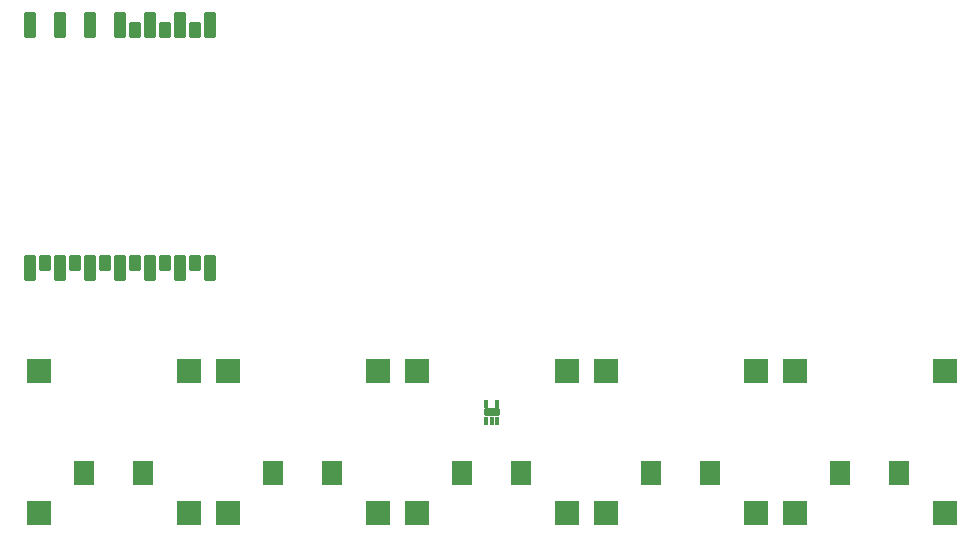
<source format=gbr>
%TF.GenerationSoftware,KiCad,Pcbnew,9.0.1*%
%TF.CreationDate,2025-04-18T20:51:15-05:00*%
%TF.ProjectId,utility_board,7574696c-6974-4795-9f62-6f6172642e6b,v1.0.0*%
%TF.SameCoordinates,Original*%
%TF.FileFunction,Soldermask,Top*%
%TF.FilePolarity,Negative*%
%FSLAX46Y46*%
G04 Gerber Fmt 4.6, Leading zero omitted, Abs format (unit mm)*
G04 Created by KiCad (PCBNEW 9.0.1) date 2025-04-18 20:51:15*
%MOMM*%
%LPD*%
G01*
G04 APERTURE LIST*
G04 Aperture macros list*
%AMRoundRect*
0 Rectangle with rounded corners*
0 $1 Rounding radius*
0 $2 $3 $4 $5 $6 $7 $8 $9 X,Y pos of 4 corners*
0 Add a 4 corners polygon primitive as box body*
4,1,4,$2,$3,$4,$5,$6,$7,$8,$9,$2,$3,0*
0 Add four circle primitives for the rounded corners*
1,1,$1+$1,$2,$3*
1,1,$1+$1,$4,$5*
1,1,$1+$1,$6,$7*
1,1,$1+$1,$8,$9*
0 Add four rect primitives between the rounded corners*
20,1,$1+$1,$2,$3,$4,$5,0*
20,1,$1+$1,$4,$5,$6,$7,0*
20,1,$1+$1,$6,$7,$8,$9,0*
20,1,$1+$1,$8,$9,$2,$3,0*%
G04 Aperture macros list end*
%ADD10RoundRect,0.050000X-0.775000X-1.000000X0.775000X-1.000000X0.775000X1.000000X-0.775000X1.000000X0*%
%ADD11RoundRect,0.050000X-1.000000X-1.000000X1.000000X-1.000000X1.000000X1.000000X-1.000000X1.000000X0*%
%ADD12RoundRect,0.060000X-0.140000X-0.252500X0.140000X-0.252500X0.140000X0.252500X-0.140000X0.252500X0*%
%ADD13RoundRect,0.090000X-0.610000X-0.210000X0.610000X-0.210000X0.610000X0.210000X-0.610000X0.210000X0*%
%ADD14RoundRect,0.105000X-0.420000X0.961000X-0.420000X-0.961000X0.420000X-0.961000X0.420000X0.961000X0*%
%ADD15RoundRect,0.105000X0.420000X-0.961000X0.420000X0.961000X-0.420000X0.961000X-0.420000X-0.961000X0*%
%ADD16RoundRect,0.105000X-0.420000X0.561000X-0.420000X-0.561000X0.420000X-0.561000X0.420000X0.561000X0*%
%ADD17RoundRect,0.105000X0.420000X-0.561000X0.420000X0.561000X-0.420000X0.561000X-0.420000X-0.561000X0*%
G04 APERTURE END LIST*
D10*
%TO.C,S1*%
X107500000Y-192650000D03*
X112500000Y-192650000D03*
D11*
X103650000Y-184000000D03*
X103650000Y-196000000D03*
X116350000Y-184000000D03*
X116350000Y-196000000D03*
%TD*%
D10*
%TO.C,S2*%
X123500000Y-192650000D03*
X128500000Y-192650000D03*
D11*
X119650000Y-184000000D03*
X119650000Y-196000000D03*
X132350000Y-184000000D03*
X132350000Y-196000000D03*
%TD*%
D10*
%TO.C,S3*%
X139500000Y-192650000D03*
X144500000Y-192650000D03*
D11*
X135650000Y-184000000D03*
X135650000Y-196000000D03*
X148350000Y-184000000D03*
X148350000Y-196000000D03*
%TD*%
D10*
%TO.C,S4*%
X155500000Y-192650000D03*
X160500000Y-192650000D03*
D11*
X151650000Y-184000000D03*
X151650000Y-196000000D03*
X164350000Y-184000000D03*
X164350000Y-196000000D03*
%TD*%
D10*
%TO.C,S5*%
X171500000Y-192650000D03*
X176500000Y-192650000D03*
D11*
X167650000Y-184000000D03*
X167650000Y-196000000D03*
X180350000Y-184000000D03*
X180350000Y-196000000D03*
%TD*%
D12*
%TO.C,D1*%
X142500000Y-188187500D03*
X142000000Y-188187500D03*
X141500000Y-188187500D03*
X142500000Y-186812500D03*
X141500000Y-186812500D03*
D13*
X142000000Y-187500000D03*
%TD*%
D14*
%TO.C,J1*%
X102883500Y-175287000D03*
X105423500Y-175287000D03*
X107963500Y-175287000D03*
X110503500Y-175287000D03*
X113043500Y-175287000D03*
X115583500Y-175287000D03*
X118123500Y-175287000D03*
D15*
X118123500Y-154713000D03*
X115583500Y-154713000D03*
X113043500Y-154713000D03*
X110503500Y-154713000D03*
X107963500Y-154713000D03*
X105423500Y-154713000D03*
X102883500Y-154713000D03*
D16*
X104153500Y-174887000D03*
X106693500Y-174887000D03*
X109233500Y-174887000D03*
X111773500Y-174887000D03*
X114313500Y-174887000D03*
X116853500Y-174887000D03*
D17*
X116853500Y-155113000D03*
X114313500Y-155113000D03*
X111773500Y-155113000D03*
%TD*%
M02*

</source>
